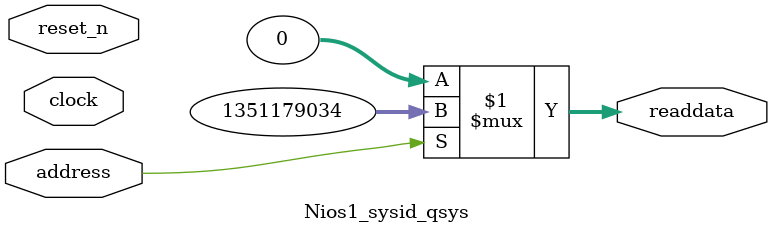
<source format=v>

`timescale 1ns / 1ps
// synthesis translate_on

// turn off superfluous verilog processor warnings 
// altera message_level Level1 
// altera message_off 10034 10035 10036 10037 10230 10240 10030 

module Nios1_sysid_qsys (
               // inputs:
                address,
                clock,
                reset_n,

               // outputs:
                readdata
             )
;

  output  [ 31: 0] readdata;
  input            address;
  input            clock;
  input            reset_n;

  wire    [ 31: 0] readdata;
  //control_slave, which is an e_avalon_slave
  assign readdata = address ? 1351179034 : 0;

endmodule




</source>
